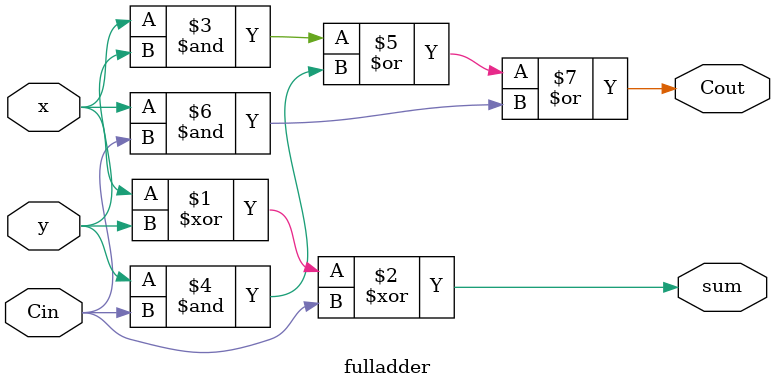
<source format=v>

module Arithmetic(x, y, SW9, SW8, addrslt, subrslt, multiplyrslt, divrslt, arithrslt);
	input [3:0] x, y;
	input SW8, SW9;
	output [9:0] addrslt, subrslt, multiplyrslt, divrslt, arithrslt;

	addern rca(x, y, 0, addrslt);
	full_subtract fs(x, y, 1, subrslt);
	multiply_by_two mbt({x, y}, carrym, multiplyrslt);
	divide_by_two dbt({x, y}, divrslt[9], divrslt[8:0]);

	//for SW9 & SW8
	//00 is addition
	//01 is subtraction
	//10 is multiply by 2
	//11 is divide by 2
	Multiplexer op_arith(addrslt, subrslt, multiplyrslt, divrslt, SW9, SW8, arithrslt);
endmodule


//n-bit ripple carry adder
module addern (x, y, Cin, sum);
	parameter n = 4;
	input [n-1:0] x, y;
	input Cin;
	output [4:0] sum;
	wire [4:0] C;
	
	assign C[0] = Cin;
	assign sum[n] = C[n];
	
	genvar i;
	generate
		for (i = 0; i < n; i = i + 1)
		begin: fulladd
			fulladder fa1(x[i], y[i], C[i+1], C[i], sum[i]);
		end
	endgenerate
	assign Cout = C[n];
endmodule


//n-bit full subtractor
module full_subtract(x, y, Cin, difference);
	parameter n = 4;
	input [n-1:0] x, y;
	input Cin;
	output [4:0] difference;
	wire [4:0] C;
	
	assign C[0] = Cin;
	assign difference[n] = ~C[n];
	
	genvar i;
	generate
		for (i = 0; i < n; i = i + 1)
		begin: fullsub
			fulladder fa2(x[i], ~y[i], C[i+1], C[i], difference[i]);
		end
	endgenerate
	
	assign Cout = C[n];
endmodule


//multiply-by-2
module multiply_by_two(z, carrym, product);
	input [8:0] z;
	output [8:0] product;
	output carrym;
	
	assign carrym = z[8];
	assign product = z << 1;
endmodule


//divide-by-2
module divide_by_two(z, carryq, quotient);
	input [7:0] z;
	output [9:0] quotient;
	output carryq;
	
	assign carryq = z[0];
	assign quotient = z >> 1;
endmodule

//full adder
module fulladder(x, y, Cout, Cin, sum);
	input x, y, Cin;
	output Cout, sum;
	
	assign sum = x ^ y ^ Cin;
	assign Cout = (x & y) | (y & Cin) | (x & Cin);
endmodule

</source>
